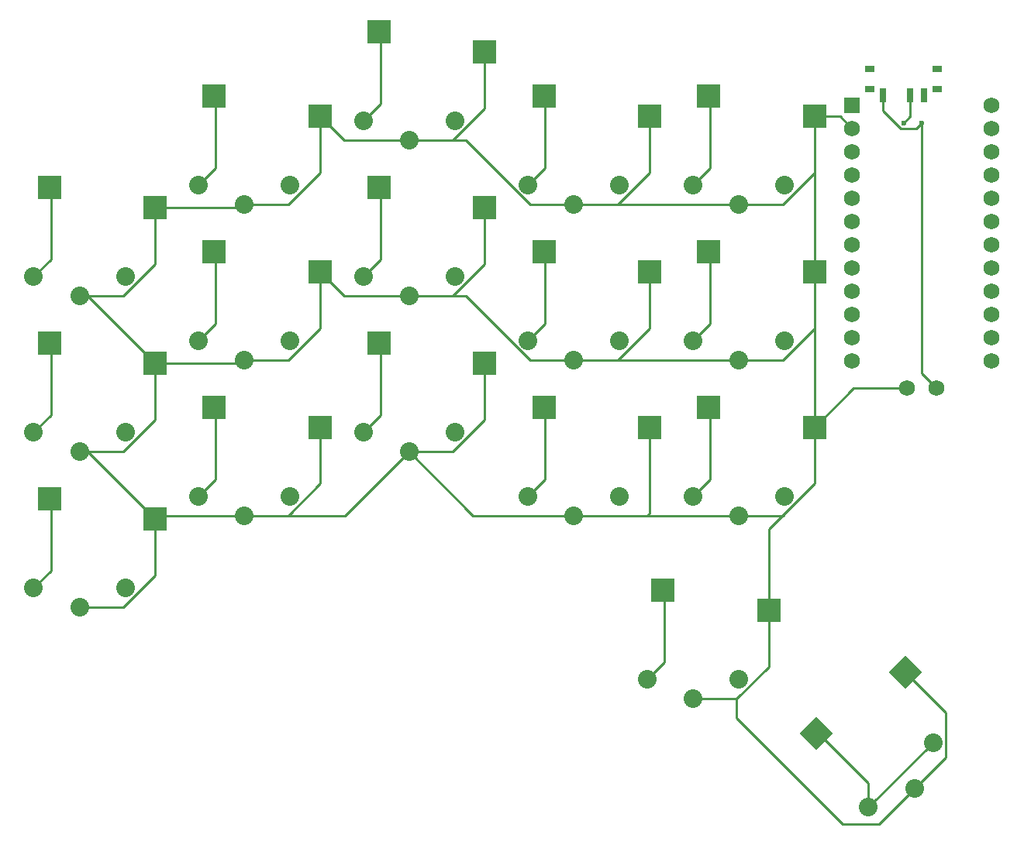
<source format=gbr>
%TF.GenerationSoftware,KiCad,Pcbnew,6.0.4*%
%TF.CreationDate,2022-04-03T20:08:53+02:00*%
%TF.ProjectId,lbd,6c62642e-6b69-4636-9164-5f7063625858,v1.0.0*%
%TF.SameCoordinates,Original*%
%TF.FileFunction,Copper,L2,Bot*%
%TF.FilePolarity,Positive*%
%FSLAX46Y46*%
G04 Gerber Fmt 4.6, Leading zero omitted, Abs format (unit mm)*
G04 Created by KiCad (PCBNEW 6.0.4) date 2022-04-03 20:08:53*
%MOMM*%
%LPD*%
G01*
G04 APERTURE LIST*
G04 Aperture macros list*
%AMRotRect*
0 Rectangle, with rotation*
0 The origin of the aperture is its center*
0 $1 length*
0 $2 width*
0 $3 Rotation angle, in degrees counterclockwise*
0 Add horizontal line*
21,1,$1,$2,0,0,$3*%
G04 Aperture macros list end*
%TA.AperFunction,ComponentPad*%
%ADD10C,1.752600*%
%TD*%
%TA.AperFunction,ComponentPad*%
%ADD11C,2.032000*%
%TD*%
%TA.AperFunction,SMDPad,CuDef*%
%ADD12R,2.600000X2.600000*%
%TD*%
%TA.AperFunction,ComponentPad*%
%ADD13C,0.600000*%
%TD*%
%TA.AperFunction,SMDPad,CuDef*%
%ADD14RotRect,2.600000X2.600000X45.000000*%
%TD*%
%TA.AperFunction,SMDPad,CuDef*%
%ADD15R,1.000000X0.800000*%
%TD*%
%TA.AperFunction,SMDPad,CuDef*%
%ADD16R,0.700000X1.500000*%
%TD*%
%TA.AperFunction,ComponentPad*%
%ADD17R,1.752600X1.752600*%
%TD*%
%TA.AperFunction,Conductor*%
%ADD18C,0.250000*%
%TD*%
G04 APERTURE END LIST*
D10*
%TO.P,,1*%
%TO.N,pos*%
X195470000Y-93850000D03*
%TO.P,,2*%
%TO.N,GND*%
X192230000Y-93850000D03*
%TD*%
D11*
%TO.P,S22,1*%
%TO.N,P14*%
X160850000Y-88650000D03*
X150850000Y-88650000D03*
%TO.P,S22,2*%
%TO.N,GND*%
X155850000Y-90750000D03*
X155850000Y-90750000D03*
%TD*%
%TO.P,S30,1*%
%TO.N,P21*%
X178850000Y-71650000D03*
X168850000Y-71650000D03*
%TO.P,S30,2*%
%TO.N,GND*%
X173850000Y-73750000D03*
X173850000Y-73750000D03*
%TD*%
%TO.P,S10,1*%
%TO.N,P3*%
X114850000Y-88650000D03*
X124850000Y-88650000D03*
%TO.P,S10,2*%
%TO.N,GND*%
X119850000Y-90750000D03*
X119850000Y-90750000D03*
%TD*%
%TO.P,S6,1*%
%TO.N,P10*%
X96850000Y-81650000D03*
X106850000Y-81650000D03*
%TO.P,S6,2*%
%TO.N,GND*%
X101850000Y-83750000D03*
X101850000Y-83750000D03*
%TD*%
D12*
%TO.P,S13,1*%
%TO.N,P7*%
X134575000Y-88900000D03*
%TO.P,S13,2*%
%TO.N,GND*%
X146125000Y-91100000D03*
%TD*%
D13*
%TO.P,REF\u002A\u002A,1*%
%TO.N,RAW*%
X191850000Y-64850000D03*
%TD*%
D12*
%TO.P,S31,1*%
%TO.N,P2*%
X165575000Y-115900000D03*
%TO.P,S31,2*%
%TO.N,GND*%
X177125000Y-118100000D03*
%TD*%
%TO.P,S17,1*%
%TO.N,P19*%
X134575000Y-54900000D03*
%TO.P,S17,2*%
%TO.N,GND*%
X146125000Y-57100000D03*
%TD*%
D14*
%TO.P,S33,1*%
%TO.N,P0*%
X182351352Y-131546357D03*
%TO.P,S33,2*%
%TO.N,GND*%
X192074070Y-124934909D03*
%TD*%
D11*
%TO.P,S20,1*%
%TO.N,P6*%
X150850000Y-105650000D03*
X160850000Y-105650000D03*
%TO.P,S20,2*%
%TO.N,GND*%
X155850000Y-107750000D03*
X155850000Y-107750000D03*
%TD*%
D12*
%TO.P,S3,1*%
%TO.N,P4*%
X98575000Y-88900000D03*
%TO.P,S3,2*%
%TO.N,GND*%
X110125000Y-91100000D03*
%TD*%
%TO.P,S1,1*%
%TO.N,P9*%
X98575000Y-105900000D03*
%TO.P,S1,2*%
%TO.N,GND*%
X110125000Y-108100000D03*
%TD*%
%TO.P,S21,1*%
%TO.N,P14*%
X152575000Y-78900000D03*
%TO.P,S21,2*%
%TO.N,GND*%
X164125000Y-81100000D03*
%TD*%
D11*
%TO.P,S16,1*%
%TO.N,P16*%
X142850000Y-81650000D03*
X132850000Y-81650000D03*
%TO.P,S16,2*%
%TO.N,GND*%
X137850000Y-83750000D03*
X137850000Y-83750000D03*
%TD*%
D13*
%TO.P,REF\u002A\u002A,1*%
%TO.N,pos*%
X193850000Y-64850000D03*
%TD*%
D11*
%TO.P,S18,1*%
%TO.N,P19*%
X142850000Y-64650000D03*
X132850000Y-64650000D03*
%TO.P,S18,2*%
%TO.N,GND*%
X137850000Y-66750000D03*
X137850000Y-66750000D03*
%TD*%
D12*
%TO.P,S19,1*%
%TO.N,P6*%
X152575000Y-95900000D03*
%TO.P,S19,2*%
%TO.N,GND*%
X164125000Y-98100000D03*
%TD*%
%TO.P,S29,1*%
%TO.N,P21*%
X170575000Y-61900000D03*
%TO.P,S29,2*%
%TO.N,GND*%
X182125000Y-64100000D03*
%TD*%
%TO.P,S23,1*%
%TO.N,P20*%
X152575000Y-61900000D03*
%TO.P,S23,2*%
%TO.N,GND*%
X164125000Y-64100000D03*
%TD*%
D11*
%TO.P,S34,1*%
%TO.N,P0*%
X188025884Y-139660408D03*
X195096952Y-132589340D03*
%TO.P,S34,2*%
%TO.N,GND*%
X193046342Y-137609798D03*
X193046342Y-137609798D03*
%TD*%
D12*
%TO.P,S9,1*%
%TO.N,P3*%
X116575000Y-78900000D03*
%TO.P,S9,2*%
%TO.N,GND*%
X128125000Y-81100000D03*
%TD*%
%TO.P,S11,1*%
%TO.N,P18*%
X116575000Y-61900000D03*
%TO.P,S11,2*%
%TO.N,GND*%
X128125000Y-64100000D03*
%TD*%
D15*
%TO.P,,*%
%TO.N,*%
X188200000Y-58920000D03*
X195500000Y-58920000D03*
X195500000Y-61130000D03*
X188200000Y-61130000D03*
D16*
%TO.P,,1*%
%TO.N,pos*%
X189600000Y-61780000D03*
%TO.P,,2*%
%TO.N,RAW*%
X192600000Y-61780000D03*
%TO.P,,3*%
%TO.N,N/C*%
X194100000Y-61780000D03*
%TD*%
D11*
%TO.P,S4,1*%
%TO.N,P4*%
X106850000Y-98650000D03*
X96850000Y-98650000D03*
%TO.P,S4,2*%
%TO.N,GND*%
X101850000Y-100750000D03*
X101850000Y-100750000D03*
%TD*%
D12*
%TO.P,S27,1*%
%TO.N,P15*%
X170575000Y-78900000D03*
%TO.P,S27,2*%
%TO.N,GND*%
X182125000Y-81100000D03*
%TD*%
D11*
%TO.P,S12,1*%
%TO.N,P18*%
X114850000Y-71650000D03*
X124850000Y-71650000D03*
%TO.P,S12,2*%
%TO.N,GND*%
X119850000Y-73750000D03*
X119850000Y-73750000D03*
%TD*%
D12*
%TO.P,S5,1*%
%TO.N,P10*%
X98575000Y-71900000D03*
%TO.P,S5,2*%
%TO.N,GND*%
X110125000Y-74100000D03*
%TD*%
D11*
%TO.P,S2,1*%
%TO.N,P9*%
X106850000Y-115650000D03*
X96850000Y-115650000D03*
%TO.P,S2,2*%
%TO.N,GND*%
X101850000Y-117750000D03*
X101850000Y-117750000D03*
%TD*%
%TO.P,S26,1*%
%TO.N,P5*%
X168850000Y-105650000D03*
X178850000Y-105650000D03*
%TO.P,S26,2*%
%TO.N,GND*%
X173850000Y-107750000D03*
X173850000Y-107750000D03*
%TD*%
%TO.P,S14,1*%
%TO.N,P7*%
X142850000Y-98650000D03*
X132850000Y-98650000D03*
%TO.P,S14,2*%
%TO.N,GND*%
X137850000Y-100750000D03*
X137850000Y-100750000D03*
%TD*%
%TO.P,S8,1*%
%TO.N,P8*%
X114850000Y-105650000D03*
X124850000Y-105650000D03*
%TO.P,S8,2*%
%TO.N,GND*%
X119850000Y-107750000D03*
X119850000Y-107750000D03*
%TD*%
D17*
%TO.P,MCU1,1*%
%TO.N,RAW*%
X186230000Y-62880000D03*
D10*
%TO.P,MCU1,2*%
%TO.N,GND*%
X186230000Y-65420000D03*
%TO.P,MCU1,3*%
%TO.N,RST*%
X186230000Y-67960000D03*
%TO.P,MCU1,4*%
%TO.N,VCC*%
X186230000Y-70500000D03*
%TO.P,MCU1,5*%
%TO.N,P21*%
X186230000Y-73040000D03*
%TO.P,MCU1,6*%
%TO.N,P20*%
X186230000Y-75580000D03*
%TO.P,MCU1,7*%
%TO.N,P19*%
X186230000Y-78120000D03*
%TO.P,MCU1,8*%
%TO.N,P18*%
X186230000Y-80660000D03*
%TO.P,MCU1,9*%
%TO.N,P15*%
X186230000Y-83200000D03*
%TO.P,MCU1,10*%
%TO.N,P14*%
X186230000Y-85740000D03*
%TO.P,MCU1,11*%
%TO.N,P16*%
X186230000Y-88280000D03*
%TO.P,MCU1,12*%
%TO.N,P10*%
X186230000Y-90820000D03*
%TO.P,MCU1,13*%
%TO.N,P1*%
X201470000Y-62880000D03*
%TO.P,MCU1,14*%
%TO.N,P0*%
X201470000Y-65420000D03*
%TO.P,MCU1,15*%
%TO.N,GND*%
X201470000Y-67960000D03*
%TO.P,MCU1,16*%
X201470000Y-70500000D03*
%TO.P,MCU1,17*%
%TO.N,P2*%
X201470000Y-73040000D03*
%TO.P,MCU1,18*%
%TO.N,P3*%
X201470000Y-75580000D03*
%TO.P,MCU1,19*%
%TO.N,P4*%
X201470000Y-78120000D03*
%TO.P,MCU1,20*%
%TO.N,P5*%
X201470000Y-80660000D03*
%TO.P,MCU1,21*%
%TO.N,P6*%
X201470000Y-83200000D03*
%TO.P,MCU1,22*%
%TO.N,P7*%
X201470000Y-85740000D03*
%TO.P,MCU1,23*%
%TO.N,P8*%
X201470000Y-88280000D03*
%TO.P,MCU1,24*%
%TO.N,P9*%
X201470000Y-90820000D03*
%TD*%
D11*
%TO.P,S28,1*%
%TO.N,P15*%
X178850000Y-88650000D03*
X168850000Y-88650000D03*
%TO.P,S28,2*%
%TO.N,GND*%
X173850000Y-90750000D03*
X173850000Y-90750000D03*
%TD*%
%TO.P,S32,1*%
%TO.N,P2*%
X173850000Y-125650000D03*
X163850000Y-125650000D03*
%TO.P,S32,2*%
%TO.N,GND*%
X168850000Y-127750000D03*
X168850000Y-127750000D03*
%TD*%
D12*
%TO.P,S7,1*%
%TO.N,P8*%
X116575000Y-95900000D03*
%TO.P,S7,2*%
%TO.N,GND*%
X128125000Y-98100000D03*
%TD*%
%TO.P,S25,1*%
%TO.N,P5*%
X170575000Y-95900000D03*
%TO.P,S25,2*%
%TO.N,GND*%
X182125000Y-98100000D03*
%TD*%
D11*
%TO.P,S24,1*%
%TO.N,P20*%
X150850000Y-71650000D03*
X160850000Y-71650000D03*
%TO.P,S24,2*%
%TO.N,GND*%
X155850000Y-73750000D03*
X155850000Y-73750000D03*
%TD*%
D12*
%TO.P,S15,1*%
%TO.N,P16*%
X134575000Y-71900000D03*
%TO.P,S15,2*%
%TO.N,GND*%
X146125000Y-74100000D03*
%TD*%
D18*
%TO.N,P9*%
X98575000Y-105900000D02*
X98724521Y-106049521D01*
X98724521Y-106049521D02*
X98724521Y-113775479D01*
X98724521Y-113775479D02*
X96850000Y-115650000D01*
%TO.N,GND*%
X142645770Y-100750000D02*
X137850000Y-100750000D01*
X128125000Y-81100000D02*
X128125000Y-87270770D01*
X128125000Y-64100000D02*
X128125000Y-70270770D01*
X184910000Y-64100000D02*
X186230000Y-65420000D01*
X178645770Y-90750000D02*
X173850000Y-90750000D01*
X110125000Y-91100000D02*
X110125000Y-97270770D01*
X189206140Y-141450000D02*
X185200000Y-141450000D01*
X173850000Y-107750000D02*
X155850000Y-107750000D01*
X192230000Y-93850000D02*
X186375000Y-93850000D01*
X186375000Y-93850000D02*
X182125000Y-98100000D01*
X164125000Y-81100000D02*
X164125000Y-87270770D01*
X182125000Y-87270770D02*
X178645770Y-90750000D01*
X137850000Y-83750000D02*
X144054230Y-83750000D01*
X144850000Y-107750000D02*
X137850000Y-100750000D01*
X151054230Y-90750000D02*
X155850000Y-90750000D01*
X110125000Y-108100000D02*
X110125000Y-114270770D01*
X128125000Y-70270770D02*
X124645770Y-73750000D01*
X196437463Y-134218677D02*
X193046342Y-137609798D01*
X124645770Y-73750000D02*
X119850000Y-73750000D01*
X146125000Y-80270770D02*
X142645770Y-83750000D01*
X106645770Y-100750000D02*
X101850000Y-100750000D01*
X128125000Y-81100000D02*
X130775000Y-83750000D01*
X146125000Y-63270770D02*
X142645770Y-66750000D01*
X119500000Y-91100000D02*
X119850000Y-90750000D01*
X130775000Y-83750000D02*
X137850000Y-83750000D01*
X182125000Y-70270770D02*
X178645770Y-73750000D01*
X155850000Y-107750000D02*
X144850000Y-107750000D01*
X164125000Y-98100000D02*
X164125000Y-107475000D01*
X182125000Y-81100000D02*
X182125000Y-87270770D01*
X142645770Y-66750000D02*
X137850000Y-66750000D01*
X119500000Y-74100000D02*
X119850000Y-73750000D01*
X179447885Y-106947885D02*
X178645770Y-107750000D01*
X146125000Y-74100000D02*
X146125000Y-80270770D01*
X182125000Y-64100000D02*
X182125000Y-70270770D01*
X130775000Y-66750000D02*
X137850000Y-66750000D01*
X177125000Y-118100000D02*
X177125000Y-124270770D01*
X160645770Y-90750000D02*
X155850000Y-90750000D01*
X142645770Y-83750000D02*
X137850000Y-83750000D01*
X128125000Y-64100000D02*
X130775000Y-66750000D01*
X182125000Y-98100000D02*
X182125000Y-104270770D01*
X128125000Y-104270770D02*
X124645770Y-107750000D01*
X146125000Y-97270770D02*
X142645770Y-100750000D01*
X110125000Y-108100000D02*
X102775000Y-100750000D01*
X124645770Y-90750000D02*
X119850000Y-90750000D01*
X110475000Y-107750000D02*
X110125000Y-108100000D01*
X178645770Y-107750000D02*
X173850000Y-107750000D01*
X130850000Y-107750000D02*
X119850000Y-107750000D01*
X110125000Y-97270770D02*
X106645770Y-100750000D01*
X163850000Y-107750000D02*
X155850000Y-107750000D01*
X164125000Y-107475000D02*
X163850000Y-107750000D01*
X137850000Y-66750000D02*
X144054230Y-66750000D01*
X164125000Y-70275000D02*
X160650000Y-73750000D01*
X155850000Y-90750000D02*
X173850000Y-90750000D01*
X173645770Y-127750000D02*
X168850000Y-127750000D01*
X192074070Y-124934909D02*
X196437463Y-129298302D01*
X128125000Y-87270770D02*
X124645770Y-90750000D01*
X155850000Y-73750000D02*
X173850000Y-73750000D01*
X119850000Y-107750000D02*
X110475000Y-107750000D01*
X106645770Y-83750000D02*
X101850000Y-83750000D01*
X102775000Y-100750000D02*
X101850000Y-100750000D01*
X177125000Y-109270770D02*
X179447885Y-106947885D01*
X110125000Y-91100000D02*
X102775000Y-83750000D01*
X178645770Y-73750000D02*
X173850000Y-73750000D01*
X182125000Y-64100000D02*
X184910000Y-64100000D01*
X185200000Y-141450000D02*
X173645770Y-129895770D01*
X164125000Y-87270770D02*
X160645770Y-90750000D01*
X106645770Y-117750000D02*
X101850000Y-117750000D01*
X110125000Y-74100000D02*
X110125000Y-80270770D01*
X160650000Y-73750000D02*
X155850000Y-73750000D01*
X110125000Y-80270770D02*
X106645770Y-83750000D01*
X177125000Y-118100000D02*
X177125000Y-109270770D01*
X177125000Y-124270770D02*
X173645770Y-127750000D01*
X128125000Y-98100000D02*
X128125000Y-104270770D01*
X146125000Y-57100000D02*
X146125000Y-63270770D01*
X164125000Y-64100000D02*
X164125000Y-70275000D01*
X144054230Y-83750000D02*
X151054230Y-90750000D01*
X110125000Y-91100000D02*
X119500000Y-91100000D01*
X196437463Y-129298302D02*
X196437463Y-134218677D01*
X102775000Y-83750000D02*
X101850000Y-83750000D01*
X110125000Y-74100000D02*
X119500000Y-74100000D01*
X110125000Y-114270770D02*
X106645770Y-117750000D01*
X182125000Y-81100000D02*
X182125000Y-64100000D01*
X182125000Y-81100000D02*
X182125000Y-98100000D01*
X182125000Y-104270770D02*
X179447885Y-106947885D01*
X137850000Y-100750000D02*
X130850000Y-107750000D01*
X146125000Y-91100000D02*
X146125000Y-97270770D01*
X124645770Y-107750000D02*
X119850000Y-107750000D01*
X144054230Y-66750000D02*
X151054230Y-73750000D01*
X151054230Y-73750000D02*
X155850000Y-73750000D01*
X193046342Y-137609798D02*
X189206140Y-141450000D01*
X173645770Y-129895770D02*
X173645770Y-127750000D01*
%TO.N,P4*%
X98575000Y-88900000D02*
X98724521Y-89049521D01*
X98724521Y-89049521D02*
X98724521Y-96775479D01*
X98724521Y-96775479D02*
X96850000Y-98650000D01*
%TO.N,P10*%
X98724521Y-72049521D02*
X98724521Y-79775479D01*
X98724521Y-79775479D02*
X96850000Y-81650000D01*
X98575000Y-71900000D02*
X98724521Y-72049521D01*
%TO.N,P8*%
X116575000Y-95900000D02*
X116724521Y-96049521D01*
X116724521Y-96049521D02*
X116724521Y-103775479D01*
X116724521Y-103775479D02*
X114850000Y-105650000D01*
%TO.N,P3*%
X116724521Y-79049521D02*
X116724521Y-86775479D01*
X116724521Y-86775479D02*
X114850000Y-88650000D01*
X116575000Y-78900000D02*
X116724521Y-79049521D01*
%TO.N,P18*%
X116575000Y-61900000D02*
X116724521Y-62049521D01*
X116724521Y-62049521D02*
X116724521Y-69775479D01*
X116724521Y-69775479D02*
X114850000Y-71650000D01*
%TO.N,P7*%
X134724521Y-89049521D02*
X134724521Y-96775479D01*
X134724521Y-96775479D02*
X132850000Y-98650000D01*
X134575000Y-88900000D02*
X134724521Y-89049521D01*
%TO.N,P16*%
X134724521Y-72049521D02*
X134724521Y-79775479D01*
X134575000Y-71900000D02*
X134724521Y-72049521D01*
X134724521Y-79775479D02*
X132850000Y-81650000D01*
%TO.N,P19*%
X134724521Y-55049521D02*
X134724521Y-62775479D01*
X134724521Y-62775479D02*
X132850000Y-64650000D01*
X134575000Y-54900000D02*
X134724521Y-55049521D01*
%TO.N,P6*%
X152575000Y-95900000D02*
X152724521Y-96049521D01*
X152724521Y-103775479D02*
X150850000Y-105650000D01*
X152724521Y-96049521D02*
X152724521Y-103775479D01*
%TO.N,P14*%
X152724521Y-79049521D02*
X152724521Y-86775479D01*
X152724521Y-86775479D02*
X150850000Y-88650000D01*
X152575000Y-78900000D02*
X152724521Y-79049521D01*
%TO.N,P20*%
X152724521Y-69775479D02*
X150850000Y-71650000D01*
X152724521Y-62049521D02*
X152724521Y-69775479D01*
X152575000Y-61900000D02*
X152724521Y-62049521D01*
%TO.N,P5*%
X170724521Y-103775479D02*
X168850000Y-105650000D01*
X170575000Y-95900000D02*
X170724521Y-96049521D01*
X170724521Y-96049521D02*
X170724521Y-103775479D01*
%TO.N,P15*%
X170724521Y-79049521D02*
X170724521Y-86775479D01*
X170575000Y-78900000D02*
X170724521Y-79049521D01*
X170724521Y-86775479D02*
X168850000Y-88650000D01*
%TO.N,P21*%
X170575000Y-61900000D02*
X170724521Y-62049521D01*
X170724521Y-62049521D02*
X170724521Y-69775479D01*
X170724521Y-69775479D02*
X168850000Y-71650000D01*
%TO.N,P2*%
X165724521Y-123775479D02*
X163850000Y-125650000D01*
X165724521Y-116049521D02*
X165724521Y-123775479D01*
X165575000Y-115900000D02*
X165724521Y-116049521D01*
%TO.N,P0*%
X188025884Y-137009433D02*
X188025884Y-139660408D01*
X182351352Y-131546357D02*
X182562808Y-131546357D01*
X182562808Y-131546357D02*
X188025884Y-137009433D01*
X195096952Y-132589340D02*
X188025884Y-139660408D01*
%TO.N,RAW*%
X192600000Y-64100000D02*
X191850000Y-64850000D01*
X192600000Y-61780000D02*
X192600000Y-64100000D01*
%TO.N,pos*%
X189600000Y-61780000D02*
X189600000Y-63483193D01*
X193850000Y-64850000D02*
X193850000Y-92230000D01*
X193225489Y-65474511D02*
X193850000Y-64850000D01*
X191591318Y-65474511D02*
X193225489Y-65474511D01*
X189600000Y-63483193D02*
X191591318Y-65474511D01*
X193850000Y-92230000D02*
X195470000Y-93850000D01*
%TD*%
M02*

</source>
